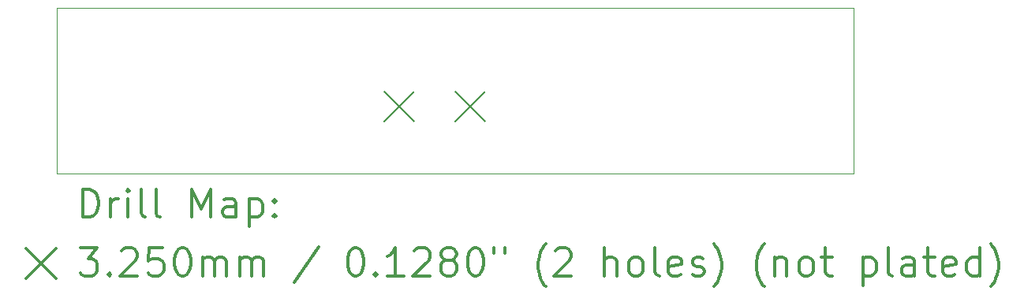
<source format=gbr>
%FSLAX45Y45*%
G04 Gerber Fmt 4.5, Leading zero omitted, Abs format (unit mm)*
G04 Created by KiCad (PCBNEW 5.1.10) date 2021-12-13 09:12:57*
%MOMM*%
%LPD*%
G01*
G04 APERTURE LIST*
%TA.AperFunction,Profile*%
%ADD10C,0.100000*%
%TD*%
%ADD11C,0.200000*%
%ADD12C,0.300000*%
G04 APERTURE END LIST*
D10*
X17980000Y-9510000D02*
X18410000Y-9510000D01*
X17980000Y-7730000D02*
X18410000Y-7730000D01*
X18410000Y-7730000D02*
X18410000Y-8600000D01*
X9860000Y-7730000D02*
X17980000Y-7730000D01*
X9860000Y-8600000D02*
X9860000Y-7730000D01*
X9860000Y-9510000D02*
X17980000Y-9510000D01*
X18410000Y-8600000D02*
X18410000Y-9510000D01*
X9860000Y-8600000D02*
X9860000Y-9510000D01*
D11*
X13374000Y-8629500D02*
X13699000Y-8954500D01*
X13699000Y-8629500D02*
X13374000Y-8954500D01*
X14136000Y-8629500D02*
X14461000Y-8954500D01*
X14461000Y-8629500D02*
X14136000Y-8954500D01*
D12*
X10141428Y-9980714D02*
X10141428Y-9680714D01*
X10212857Y-9680714D01*
X10255714Y-9695000D01*
X10284286Y-9723572D01*
X10298571Y-9752143D01*
X10312857Y-9809286D01*
X10312857Y-9852143D01*
X10298571Y-9909286D01*
X10284286Y-9937857D01*
X10255714Y-9966429D01*
X10212857Y-9980714D01*
X10141428Y-9980714D01*
X10441428Y-9980714D02*
X10441428Y-9780714D01*
X10441428Y-9837857D02*
X10455714Y-9809286D01*
X10470000Y-9795000D01*
X10498571Y-9780714D01*
X10527143Y-9780714D01*
X10627143Y-9980714D02*
X10627143Y-9780714D01*
X10627143Y-9680714D02*
X10612857Y-9695000D01*
X10627143Y-9709286D01*
X10641428Y-9695000D01*
X10627143Y-9680714D01*
X10627143Y-9709286D01*
X10812857Y-9980714D02*
X10784286Y-9966429D01*
X10770000Y-9937857D01*
X10770000Y-9680714D01*
X10970000Y-9980714D02*
X10941428Y-9966429D01*
X10927143Y-9937857D01*
X10927143Y-9680714D01*
X11312857Y-9980714D02*
X11312857Y-9680714D01*
X11412857Y-9895000D01*
X11512857Y-9680714D01*
X11512857Y-9980714D01*
X11784286Y-9980714D02*
X11784286Y-9823572D01*
X11770000Y-9795000D01*
X11741428Y-9780714D01*
X11684286Y-9780714D01*
X11655714Y-9795000D01*
X11784286Y-9966429D02*
X11755714Y-9980714D01*
X11684286Y-9980714D01*
X11655714Y-9966429D01*
X11641428Y-9937857D01*
X11641428Y-9909286D01*
X11655714Y-9880714D01*
X11684286Y-9866429D01*
X11755714Y-9866429D01*
X11784286Y-9852143D01*
X11927143Y-9780714D02*
X11927143Y-10080714D01*
X11927143Y-9795000D02*
X11955714Y-9780714D01*
X12012857Y-9780714D01*
X12041428Y-9795000D01*
X12055714Y-9809286D01*
X12070000Y-9837857D01*
X12070000Y-9923572D01*
X12055714Y-9952143D01*
X12041428Y-9966429D01*
X12012857Y-9980714D01*
X11955714Y-9980714D01*
X11927143Y-9966429D01*
X12198571Y-9952143D02*
X12212857Y-9966429D01*
X12198571Y-9980714D01*
X12184286Y-9966429D01*
X12198571Y-9952143D01*
X12198571Y-9980714D01*
X12198571Y-9795000D02*
X12212857Y-9809286D01*
X12198571Y-9823572D01*
X12184286Y-9809286D01*
X12198571Y-9795000D01*
X12198571Y-9823572D01*
X9530000Y-10312500D02*
X9855000Y-10637500D01*
X9855000Y-10312500D02*
X9530000Y-10637500D01*
X10112857Y-10310714D02*
X10298571Y-10310714D01*
X10198571Y-10425000D01*
X10241428Y-10425000D01*
X10270000Y-10439286D01*
X10284286Y-10453572D01*
X10298571Y-10482143D01*
X10298571Y-10553572D01*
X10284286Y-10582143D01*
X10270000Y-10596429D01*
X10241428Y-10610714D01*
X10155714Y-10610714D01*
X10127143Y-10596429D01*
X10112857Y-10582143D01*
X10427143Y-10582143D02*
X10441428Y-10596429D01*
X10427143Y-10610714D01*
X10412857Y-10596429D01*
X10427143Y-10582143D01*
X10427143Y-10610714D01*
X10555714Y-10339286D02*
X10570000Y-10325000D01*
X10598571Y-10310714D01*
X10670000Y-10310714D01*
X10698571Y-10325000D01*
X10712857Y-10339286D01*
X10727143Y-10367857D01*
X10727143Y-10396429D01*
X10712857Y-10439286D01*
X10541428Y-10610714D01*
X10727143Y-10610714D01*
X10998571Y-10310714D02*
X10855714Y-10310714D01*
X10841428Y-10453572D01*
X10855714Y-10439286D01*
X10884286Y-10425000D01*
X10955714Y-10425000D01*
X10984286Y-10439286D01*
X10998571Y-10453572D01*
X11012857Y-10482143D01*
X11012857Y-10553572D01*
X10998571Y-10582143D01*
X10984286Y-10596429D01*
X10955714Y-10610714D01*
X10884286Y-10610714D01*
X10855714Y-10596429D01*
X10841428Y-10582143D01*
X11198571Y-10310714D02*
X11227143Y-10310714D01*
X11255714Y-10325000D01*
X11270000Y-10339286D01*
X11284286Y-10367857D01*
X11298571Y-10425000D01*
X11298571Y-10496429D01*
X11284286Y-10553572D01*
X11270000Y-10582143D01*
X11255714Y-10596429D01*
X11227143Y-10610714D01*
X11198571Y-10610714D01*
X11170000Y-10596429D01*
X11155714Y-10582143D01*
X11141428Y-10553572D01*
X11127143Y-10496429D01*
X11127143Y-10425000D01*
X11141428Y-10367857D01*
X11155714Y-10339286D01*
X11170000Y-10325000D01*
X11198571Y-10310714D01*
X11427143Y-10610714D02*
X11427143Y-10410714D01*
X11427143Y-10439286D02*
X11441428Y-10425000D01*
X11470000Y-10410714D01*
X11512857Y-10410714D01*
X11541428Y-10425000D01*
X11555714Y-10453572D01*
X11555714Y-10610714D01*
X11555714Y-10453572D02*
X11570000Y-10425000D01*
X11598571Y-10410714D01*
X11641428Y-10410714D01*
X11670000Y-10425000D01*
X11684286Y-10453572D01*
X11684286Y-10610714D01*
X11827143Y-10610714D02*
X11827143Y-10410714D01*
X11827143Y-10439286D02*
X11841428Y-10425000D01*
X11870000Y-10410714D01*
X11912857Y-10410714D01*
X11941428Y-10425000D01*
X11955714Y-10453572D01*
X11955714Y-10610714D01*
X11955714Y-10453572D02*
X11970000Y-10425000D01*
X11998571Y-10410714D01*
X12041428Y-10410714D01*
X12070000Y-10425000D01*
X12084286Y-10453572D01*
X12084286Y-10610714D01*
X12670000Y-10296429D02*
X12412857Y-10682143D01*
X13055714Y-10310714D02*
X13084286Y-10310714D01*
X13112857Y-10325000D01*
X13127143Y-10339286D01*
X13141428Y-10367857D01*
X13155714Y-10425000D01*
X13155714Y-10496429D01*
X13141428Y-10553572D01*
X13127143Y-10582143D01*
X13112857Y-10596429D01*
X13084286Y-10610714D01*
X13055714Y-10610714D01*
X13027143Y-10596429D01*
X13012857Y-10582143D01*
X12998571Y-10553572D01*
X12984286Y-10496429D01*
X12984286Y-10425000D01*
X12998571Y-10367857D01*
X13012857Y-10339286D01*
X13027143Y-10325000D01*
X13055714Y-10310714D01*
X13284286Y-10582143D02*
X13298571Y-10596429D01*
X13284286Y-10610714D01*
X13270000Y-10596429D01*
X13284286Y-10582143D01*
X13284286Y-10610714D01*
X13584286Y-10610714D02*
X13412857Y-10610714D01*
X13498571Y-10610714D02*
X13498571Y-10310714D01*
X13470000Y-10353572D01*
X13441428Y-10382143D01*
X13412857Y-10396429D01*
X13698571Y-10339286D02*
X13712857Y-10325000D01*
X13741428Y-10310714D01*
X13812857Y-10310714D01*
X13841428Y-10325000D01*
X13855714Y-10339286D01*
X13870000Y-10367857D01*
X13870000Y-10396429D01*
X13855714Y-10439286D01*
X13684286Y-10610714D01*
X13870000Y-10610714D01*
X14041428Y-10439286D02*
X14012857Y-10425000D01*
X13998571Y-10410714D01*
X13984286Y-10382143D01*
X13984286Y-10367857D01*
X13998571Y-10339286D01*
X14012857Y-10325000D01*
X14041428Y-10310714D01*
X14098571Y-10310714D01*
X14127143Y-10325000D01*
X14141428Y-10339286D01*
X14155714Y-10367857D01*
X14155714Y-10382143D01*
X14141428Y-10410714D01*
X14127143Y-10425000D01*
X14098571Y-10439286D01*
X14041428Y-10439286D01*
X14012857Y-10453572D01*
X13998571Y-10467857D01*
X13984286Y-10496429D01*
X13984286Y-10553572D01*
X13998571Y-10582143D01*
X14012857Y-10596429D01*
X14041428Y-10610714D01*
X14098571Y-10610714D01*
X14127143Y-10596429D01*
X14141428Y-10582143D01*
X14155714Y-10553572D01*
X14155714Y-10496429D01*
X14141428Y-10467857D01*
X14127143Y-10453572D01*
X14098571Y-10439286D01*
X14341428Y-10310714D02*
X14370000Y-10310714D01*
X14398571Y-10325000D01*
X14412857Y-10339286D01*
X14427143Y-10367857D01*
X14441428Y-10425000D01*
X14441428Y-10496429D01*
X14427143Y-10553572D01*
X14412857Y-10582143D01*
X14398571Y-10596429D01*
X14370000Y-10610714D01*
X14341428Y-10610714D01*
X14312857Y-10596429D01*
X14298571Y-10582143D01*
X14284286Y-10553572D01*
X14270000Y-10496429D01*
X14270000Y-10425000D01*
X14284286Y-10367857D01*
X14298571Y-10339286D01*
X14312857Y-10325000D01*
X14341428Y-10310714D01*
X14555714Y-10310714D02*
X14555714Y-10367857D01*
X14670000Y-10310714D02*
X14670000Y-10367857D01*
X15112857Y-10725000D02*
X15098571Y-10710714D01*
X15070000Y-10667857D01*
X15055714Y-10639286D01*
X15041428Y-10596429D01*
X15027143Y-10525000D01*
X15027143Y-10467857D01*
X15041428Y-10396429D01*
X15055714Y-10353572D01*
X15070000Y-10325000D01*
X15098571Y-10282143D01*
X15112857Y-10267857D01*
X15212857Y-10339286D02*
X15227143Y-10325000D01*
X15255714Y-10310714D01*
X15327143Y-10310714D01*
X15355714Y-10325000D01*
X15370000Y-10339286D01*
X15384286Y-10367857D01*
X15384286Y-10396429D01*
X15370000Y-10439286D01*
X15198571Y-10610714D01*
X15384286Y-10610714D01*
X15741428Y-10610714D02*
X15741428Y-10310714D01*
X15870000Y-10610714D02*
X15870000Y-10453572D01*
X15855714Y-10425000D01*
X15827143Y-10410714D01*
X15784286Y-10410714D01*
X15755714Y-10425000D01*
X15741428Y-10439286D01*
X16055714Y-10610714D02*
X16027143Y-10596429D01*
X16012857Y-10582143D01*
X15998571Y-10553572D01*
X15998571Y-10467857D01*
X16012857Y-10439286D01*
X16027143Y-10425000D01*
X16055714Y-10410714D01*
X16098571Y-10410714D01*
X16127143Y-10425000D01*
X16141428Y-10439286D01*
X16155714Y-10467857D01*
X16155714Y-10553572D01*
X16141428Y-10582143D01*
X16127143Y-10596429D01*
X16098571Y-10610714D01*
X16055714Y-10610714D01*
X16327143Y-10610714D02*
X16298571Y-10596429D01*
X16284286Y-10567857D01*
X16284286Y-10310714D01*
X16555714Y-10596429D02*
X16527143Y-10610714D01*
X16470000Y-10610714D01*
X16441428Y-10596429D01*
X16427143Y-10567857D01*
X16427143Y-10453572D01*
X16441428Y-10425000D01*
X16470000Y-10410714D01*
X16527143Y-10410714D01*
X16555714Y-10425000D01*
X16570000Y-10453572D01*
X16570000Y-10482143D01*
X16427143Y-10510714D01*
X16684286Y-10596429D02*
X16712857Y-10610714D01*
X16770000Y-10610714D01*
X16798571Y-10596429D01*
X16812857Y-10567857D01*
X16812857Y-10553572D01*
X16798571Y-10525000D01*
X16770000Y-10510714D01*
X16727143Y-10510714D01*
X16698571Y-10496429D01*
X16684286Y-10467857D01*
X16684286Y-10453572D01*
X16698571Y-10425000D01*
X16727143Y-10410714D01*
X16770000Y-10410714D01*
X16798571Y-10425000D01*
X16912857Y-10725000D02*
X16927143Y-10710714D01*
X16955714Y-10667857D01*
X16970000Y-10639286D01*
X16984286Y-10596429D01*
X16998571Y-10525000D01*
X16998571Y-10467857D01*
X16984286Y-10396429D01*
X16970000Y-10353572D01*
X16955714Y-10325000D01*
X16927143Y-10282143D01*
X16912857Y-10267857D01*
X17455714Y-10725000D02*
X17441428Y-10710714D01*
X17412857Y-10667857D01*
X17398571Y-10639286D01*
X17384286Y-10596429D01*
X17370000Y-10525000D01*
X17370000Y-10467857D01*
X17384286Y-10396429D01*
X17398571Y-10353572D01*
X17412857Y-10325000D01*
X17441428Y-10282143D01*
X17455714Y-10267857D01*
X17570000Y-10410714D02*
X17570000Y-10610714D01*
X17570000Y-10439286D02*
X17584286Y-10425000D01*
X17612857Y-10410714D01*
X17655714Y-10410714D01*
X17684286Y-10425000D01*
X17698571Y-10453572D01*
X17698571Y-10610714D01*
X17884286Y-10610714D02*
X17855714Y-10596429D01*
X17841428Y-10582143D01*
X17827143Y-10553572D01*
X17827143Y-10467857D01*
X17841428Y-10439286D01*
X17855714Y-10425000D01*
X17884286Y-10410714D01*
X17927143Y-10410714D01*
X17955714Y-10425000D01*
X17970000Y-10439286D01*
X17984286Y-10467857D01*
X17984286Y-10553572D01*
X17970000Y-10582143D01*
X17955714Y-10596429D01*
X17927143Y-10610714D01*
X17884286Y-10610714D01*
X18070000Y-10410714D02*
X18184286Y-10410714D01*
X18112857Y-10310714D02*
X18112857Y-10567857D01*
X18127143Y-10596429D01*
X18155714Y-10610714D01*
X18184286Y-10610714D01*
X18512857Y-10410714D02*
X18512857Y-10710714D01*
X18512857Y-10425000D02*
X18541428Y-10410714D01*
X18598571Y-10410714D01*
X18627143Y-10425000D01*
X18641428Y-10439286D01*
X18655714Y-10467857D01*
X18655714Y-10553572D01*
X18641428Y-10582143D01*
X18627143Y-10596429D01*
X18598571Y-10610714D01*
X18541428Y-10610714D01*
X18512857Y-10596429D01*
X18827143Y-10610714D02*
X18798571Y-10596429D01*
X18784286Y-10567857D01*
X18784286Y-10310714D01*
X19070000Y-10610714D02*
X19070000Y-10453572D01*
X19055714Y-10425000D01*
X19027143Y-10410714D01*
X18970000Y-10410714D01*
X18941428Y-10425000D01*
X19070000Y-10596429D02*
X19041428Y-10610714D01*
X18970000Y-10610714D01*
X18941428Y-10596429D01*
X18927143Y-10567857D01*
X18927143Y-10539286D01*
X18941428Y-10510714D01*
X18970000Y-10496429D01*
X19041428Y-10496429D01*
X19070000Y-10482143D01*
X19170000Y-10410714D02*
X19284286Y-10410714D01*
X19212857Y-10310714D02*
X19212857Y-10567857D01*
X19227143Y-10596429D01*
X19255714Y-10610714D01*
X19284286Y-10610714D01*
X19498571Y-10596429D02*
X19470000Y-10610714D01*
X19412857Y-10610714D01*
X19384286Y-10596429D01*
X19370000Y-10567857D01*
X19370000Y-10453572D01*
X19384286Y-10425000D01*
X19412857Y-10410714D01*
X19470000Y-10410714D01*
X19498571Y-10425000D01*
X19512857Y-10453572D01*
X19512857Y-10482143D01*
X19370000Y-10510714D01*
X19770000Y-10610714D02*
X19770000Y-10310714D01*
X19770000Y-10596429D02*
X19741428Y-10610714D01*
X19684286Y-10610714D01*
X19655714Y-10596429D01*
X19641428Y-10582143D01*
X19627143Y-10553572D01*
X19627143Y-10467857D01*
X19641428Y-10439286D01*
X19655714Y-10425000D01*
X19684286Y-10410714D01*
X19741428Y-10410714D01*
X19770000Y-10425000D01*
X19884286Y-10725000D02*
X19898571Y-10710714D01*
X19927143Y-10667857D01*
X19941428Y-10639286D01*
X19955714Y-10596429D01*
X19970000Y-10525000D01*
X19970000Y-10467857D01*
X19955714Y-10396429D01*
X19941428Y-10353572D01*
X19927143Y-10325000D01*
X19898571Y-10282143D01*
X19884286Y-10267857D01*
M02*

</source>
